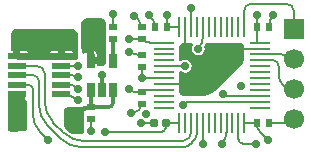
<source format=gtl>
G04*
G04 #@! TF.GenerationSoftware,Altium Limited,Altium Designer,22.7.1 (60)*
G04*
G04 Layer_Physical_Order=1*
G04 Layer_Color=16776960*
%FSLAX43Y43*%
%MOMM*%
G71*
G04*
G04 #@! TF.SameCoordinates,4746692A-FCE4-4093-9A7F-7E88C9008C25*
G04*
G04*
G04 #@! TF.FilePolarity,Positive*
G04*
G01*
G75*
%ADD10C,0.200*%
%ADD25C,0.400*%
%ADD26C,0.500*%
%ADD27C,0.300*%
G04:AMPARAMS|DCode=28|XSize=1.5mm|YSize=0.55mm|CornerRadius=0.069mm|HoleSize=0mm|Usage=FLASHONLY|Rotation=0.000|XOffset=0mm|YOffset=0mm|HoleType=Round|Shape=RoundedRectangle|*
%AMROUNDEDRECTD28*
21,1,1.500,0.413,0,0,0.0*
21,1,1.363,0.550,0,0,0.0*
1,1,0.138,0.681,-0.206*
1,1,0.138,-0.681,-0.206*
1,1,0.138,-0.681,0.206*
1,1,0.138,0.681,0.206*
%
%ADD28ROUNDEDRECTD28*%
G04:AMPARAMS|DCode=29|XSize=0.59mm|YSize=0.6mm|CornerRadius=0.074mm|HoleSize=0mm|Usage=FLASHONLY|Rotation=90.000|XOffset=0mm|YOffset=0mm|HoleType=Round|Shape=RoundedRectangle|*
%AMROUNDEDRECTD29*
21,1,0.590,0.453,0,0,90.0*
21,1,0.443,0.600,0,0,90.0*
1,1,0.148,0.226,0.221*
1,1,0.148,0.226,-0.221*
1,1,0.148,-0.226,-0.221*
1,1,0.148,-0.226,0.221*
%
%ADD29ROUNDEDRECTD29*%
G04:AMPARAMS|DCode=30|XSize=0.59mm|YSize=0.6mm|CornerRadius=0.074mm|HoleSize=0mm|Usage=FLASHONLY|Rotation=180.000|XOffset=0mm|YOffset=0mm|HoleType=Round|Shape=RoundedRectangle|*
%AMROUNDEDRECTD30*
21,1,0.590,0.453,0,0,180.0*
21,1,0.443,0.600,0,0,180.0*
1,1,0.148,-0.221,0.226*
1,1,0.148,0.221,0.226*
1,1,0.148,0.221,-0.226*
1,1,0.148,-0.221,-0.226*
%
%ADD30ROUNDEDRECTD30*%
G04:AMPARAMS|DCode=31|XSize=0.61mm|YSize=1.26mm|CornerRadius=0.076mm|HoleSize=0mm|Usage=FLASHONLY|Rotation=180.000|XOffset=0mm|YOffset=0mm|HoleType=Round|Shape=RoundedRectangle|*
%AMROUNDEDRECTD31*
21,1,0.610,1.108,0,0,180.0*
21,1,0.458,1.260,0,0,180.0*
1,1,0.153,-0.229,0.554*
1,1,0.153,0.229,0.554*
1,1,0.153,0.229,-0.554*
1,1,0.153,-0.229,-0.554*
%
%ADD31ROUNDEDRECTD31*%
%ADD32O,1.800X0.250*%
%ADD33O,0.250X1.800*%
G04:AMPARAMS|DCode=34|XSize=0.61mm|YSize=0.6mm|CornerRadius=0.075mm|HoleSize=0mm|Usage=FLASHONLY|Rotation=0.000|XOffset=0mm|YOffset=0mm|HoleType=Round|Shape=RoundedRectangle|*
%AMROUNDEDRECTD34*
21,1,0.610,0.450,0,0,0.0*
21,1,0.460,0.600,0,0,0.0*
1,1,0.150,0.230,-0.225*
1,1,0.150,-0.230,-0.225*
1,1,0.150,-0.230,0.225*
1,1,0.150,0.230,0.225*
%
%ADD34ROUNDEDRECTD34*%
%ADD35R,1.700X1.700*%
%ADD36C,1.700*%
%ADD37C,0.700*%
G36*
X8199Y11300D02*
X8383Y11224D01*
X8524Y11083D01*
X8600Y10899D01*
Y10800D01*
X8600D01*
X8600Y10800D01*
X8600Y7600D01*
X8600Y7530D01*
X8547Y7402D01*
X8448Y7303D01*
X8369Y7270D01*
X8250Y7250D01*
X7810Y7250D01*
Y7425D01*
X7300D01*
Y7725D01*
X7000D01*
Y8546D01*
X6963Y8539D01*
X6872Y8478D01*
X6811Y8387D01*
X6799Y8328D01*
X6666Y8299D01*
X6664Y8302D01*
X6555Y8564D01*
X6500Y8841D01*
Y10823D01*
X6500Y10918D01*
X6573Y11093D01*
X6707Y11227D01*
X6851Y11287D01*
X6977Y11300D01*
D01*
X7098Y11300D01*
X8199Y11300D01*
D02*
G37*
G36*
X20170Y9154D02*
X20254Y9070D01*
X20277Y9015D01*
X20300Y8901D01*
Y8900D01*
X20300Y8900D01*
X20300Y8900D01*
X20300Y8083D01*
X20300Y7974D01*
X20258Y7762D01*
X20175Y7561D01*
X20060Y7389D01*
X19978Y7304D01*
X19978Y7304D01*
X19978Y7304D01*
X17937Y5264D01*
X17815Y5142D01*
X17527Y4950D01*
X17208Y4817D01*
X16869Y4750D01*
X16696Y4750D01*
X16696Y4750D01*
X16696Y4750D01*
X15200Y4750D01*
X15120Y4750D01*
X14973Y4811D01*
X14861Y4923D01*
X14800Y5070D01*
X14800Y5150D01*
Y6781D01*
X14842Y6810D01*
X14927Y6838D01*
X15085Y6732D01*
X15300Y6689D01*
X15515Y6732D01*
X15697Y6853D01*
X15818Y7035D01*
X15861Y7250D01*
X15818Y7465D01*
X15697Y7647D01*
X15515Y7768D01*
X15300Y7811D01*
X15085Y7768D01*
X14927Y7662D01*
X14842Y7690D01*
X14800Y7719D01*
Y8900D01*
X14800Y8960D01*
X14846Y9070D01*
X14930Y9154D01*
X15040Y9200D01*
X15100Y9200D01*
X15100Y9200D01*
X15886D01*
X15954Y9073D01*
X15882Y8965D01*
X15839Y8750D01*
X15882Y8535D01*
X16003Y8353D01*
X16185Y8232D01*
X16400Y8189D01*
X16615Y8232D01*
X16797Y8353D01*
X16918Y8535D01*
X16961Y8750D01*
X16919Y8960D01*
X16981Y9075D01*
X17019Y9200D01*
X20000Y9200D01*
X20060Y9200D01*
X20170Y9154D01*
D02*
G37*
G36*
X970Y10370D02*
X5730Y10370D01*
X5730Y10370D01*
X5730Y10370D01*
X5730D01*
X5847Y10360D01*
X5996Y10298D01*
X6128Y10166D01*
X6200Y9993D01*
X6200Y9900D01*
X6200Y7988D01*
X6200Y7861D01*
X5985Y7818D01*
X5958Y7800D01*
X5857Y7800D01*
X5857Y7800D01*
X3789D01*
X3789Y7800D01*
X2057Y7800D01*
X2057Y7800D01*
X1025D01*
Y8100D01*
X725D01*
Y8580D01*
X544D01*
X544Y9944D01*
X544Y9944D01*
X559Y10065D01*
X609Y10185D01*
X729Y10305D01*
X885Y10370D01*
X970Y10370D01*
D02*
G37*
G36*
X6700Y3652D02*
X6700Y1769D01*
X6700Y1769D01*
X6700Y1715D01*
X6658Y1614D01*
X6581Y1537D01*
X6480Y1495D01*
X5874Y1495D01*
X5686Y1532D01*
X5510Y1605D01*
X5466Y1635D01*
X5254Y1809D01*
X5216Y1846D01*
X5110Y2005D01*
X5037Y2181D01*
X5000Y2369D01*
Y3400D01*
X5000Y3478D01*
X5060Y3623D01*
X5171Y3734D01*
X5315Y3794D01*
X5394Y3793D01*
X6178Y3794D01*
X6200Y3789D01*
X6221Y3794D01*
X6559Y3794D01*
X6700Y3652D01*
D02*
G37*
G36*
X1775Y4377D02*
X1900Y4294D01*
X1900Y2015D01*
X1900Y1958D01*
X1856Y1851D01*
X1775Y1770D01*
X1726Y1749D01*
X1610Y1725D01*
X1610Y1725D01*
Y1725D01*
X515Y1722D01*
X400Y1770D01*
X311Y1858D01*
X264Y1973D01*
X264Y2036D01*
X264Y2036D01*
X264Y4299D01*
X275Y4308D01*
Y4900D01*
X1775D01*
Y4377D01*
D02*
G37*
%LPC*%
G36*
X7600Y8546D02*
Y8025D01*
X7810D01*
Y8279D01*
X7789Y8387D01*
X7728Y8478D01*
X7637Y8539D01*
X7600Y8546D01*
D02*
G37*
G36*
X1706Y8580D02*
X1325D01*
Y8400D01*
X1962D01*
X1959Y8411D01*
X1900Y8500D01*
X1811Y8559D01*
X1706Y8580D01*
D02*
G37*
G36*
X5506Y8580D02*
X5125D01*
Y8400D01*
X5762D01*
X5759Y8411D01*
X5700Y8500D01*
X5611Y8559D01*
X5506Y8580D01*
D02*
G37*
G36*
X4525D02*
X4144D01*
X4039Y8559D01*
X3950Y8500D01*
X3891Y8411D01*
X3888Y8400D01*
X4525D01*
Y8580D01*
D02*
G37*
%LPD*%
D10*
X12083Y5250D02*
G03*
X11600Y5050I0J-683D01*
G01*
X10575Y5300D02*
G03*
X11179Y5050I604J604D01*
G01*
X21350Y2420D02*
G03*
X21682Y1618I1135J0D01*
G01*
X11600Y9555D02*
G03*
X12336Y9250I736J736D01*
G01*
X10575Y8525D02*
G03*
X11299Y8225I724J724D01*
G01*
X19800Y1091D02*
G03*
X20191Y700I391J0D01*
G01*
X24145Y2420D02*
G03*
X24475Y2750I0J330D01*
G01*
X6200Y4350D02*
G03*
X4872Y4900I-1328J-1328D01*
G01*
X15020Y900D02*
G03*
X15600Y1140I0J820D01*
G01*
D02*
G03*
X15800Y1623I-483J483D01*
G01*
X15066Y396D02*
G03*
X15800Y700I0J1037D01*
G01*
X16000Y900D02*
G03*
X16300Y1624I-724J724D01*
G01*
X18400Y700D02*
G03*
X18800Y1666I-966J966D01*
G01*
X6200Y5350D02*
G03*
X5355Y5700I-845J-845D01*
G01*
X3400Y6650D02*
G03*
X2800Y7250I-600J0D01*
G01*
X3400Y4277D02*
G03*
X4144Y2481I2540J0D01*
G01*
X1025Y7300D02*
G03*
X1075Y7250I50J0D01*
G01*
X4981Y1644D02*
G03*
X6777Y900I1796J1796D01*
G01*
X2900Y6000D02*
G03*
X2400Y6500I-500J0D01*
G01*
X2900Y4027D02*
G03*
X3644Y2231I2540J0D01*
G01*
X4735Y1140D02*
G03*
X6531Y396I1796J1796D01*
G01*
X2400Y5300D02*
G03*
X2000Y5700I-400J0D01*
G01*
X24475Y7830D02*
G03*
X23461Y8250I-1014J-1014D01*
G01*
X23200Y7300D02*
G03*
X22750Y7750I-450J0D01*
G01*
X23200Y6565D02*
G03*
X24475Y5290I1275J0D01*
G01*
X13300Y1700D02*
G03*
X13635Y2035I0J335D01*
G01*
X11600Y10580D02*
G03*
X11370Y11135I-785J0D01*
G01*
X12755Y10530D02*
G03*
X12384Y11426I-1267J0D01*
G01*
X22775Y11595D02*
G03*
X22375Y10629I966J-966D01*
G01*
X20800Y12500D02*
G03*
X20300Y12000I0J-500D01*
G01*
X24475Y12000D02*
G03*
X23975Y12500I-500J0D01*
G01*
X16400Y8750D02*
G03*
X16800Y9716I-966J966D01*
G01*
X6200Y6300D02*
G03*
X5717Y6500I-483J-483D01*
G01*
X15764Y4250D02*
G03*
X15100Y3975I0J-939D01*
G01*
X10900Y3325D02*
G03*
X11600Y4025I0J700D01*
G01*
X18500Y4900D02*
G03*
X18862Y4750I362J362D01*
G01*
X2400Y3149D02*
G03*
X3000Y1700I2049J0D01*
G01*
X11179Y5050D02*
X11600D01*
X21350Y9250D02*
Y10570D01*
X20330Y2420D02*
X21350D01*
X13780Y10530D02*
X14800D01*
X12336Y9250D02*
X13500D01*
X10575Y9555D02*
X11600D01*
X12083Y5250D02*
X13500D01*
X11299Y8225D02*
X11600D01*
X11605Y6255D02*
X11609Y6250D01*
X11600Y7200D02*
X11605Y7195D01*
Y6255D02*
Y7195D01*
X11609Y6250D02*
X13500D01*
X21682Y1618D02*
X22300Y1000D01*
X20191Y700D02*
X21300D01*
X19800Y1091D02*
Y2450D01*
X22375Y2420D02*
X24145D01*
X8475Y1700D02*
X13300D01*
X16800Y700D02*
Y2450D01*
X6777Y900D02*
X15020D01*
X15800Y1623D02*
Y2450D01*
X6531Y396D02*
X15066D01*
X15800Y700D02*
X16000Y900D01*
X16300Y1624D02*
Y2450D01*
X18800Y1666D02*
Y2450D01*
X4825Y4900D02*
X4872D01*
X4825Y5700D02*
X5355D01*
X20300Y2450D02*
X20330Y2420D01*
X21350Y9250D02*
X21600D01*
X14800Y10530D02*
Y10550D01*
X15300Y8750D02*
Y10550D01*
X13500Y5750D02*
X15300D01*
X19800Y8750D02*
X21600D01*
X4825Y7300D02*
Y7300D01*
X3400Y4277D02*
Y6650D01*
X1075Y7250D02*
X2800D01*
X1025Y7300D02*
Y7300D01*
X4144Y2481D02*
X4981Y1644D01*
X1025Y6500D02*
Y6500D01*
X2900Y4027D02*
Y6000D01*
X3644Y2231D02*
X4735Y1140D01*
X1025Y6500D02*
X2400D01*
X13635Y2450D02*
X14800D01*
X13635Y2035D02*
Y2450D01*
X1025Y5700D02*
X2000D01*
X21600Y8250D02*
X23461D01*
X21600Y7750D02*
X22750D01*
X23200Y6565D02*
Y7300D01*
X9200Y10605D02*
Y11630D01*
X4825Y7300D02*
X6200D01*
X4825Y6500D02*
X5717D01*
X13780Y10530D02*
Y11555D01*
X21350Y10570D02*
Y11595D01*
X10675Y3325D02*
X10900D01*
X11000Y11505D02*
X11370Y11135D01*
X12255Y11555D02*
X12384Y11426D01*
X22375Y10570D02*
Y10629D01*
X20300Y10550D02*
Y12000D01*
X20800Y12500D02*
X23975D01*
X24475Y10370D02*
Y12000D01*
X13500Y7250D02*
X15300D01*
X15800Y10550D02*
Y12200D01*
X16800Y9716D02*
Y10550D01*
X15764Y4250D02*
X21600D01*
X11535Y2450D02*
X12635D01*
X7320Y1724D02*
Y2749D01*
X18862Y4750D02*
X21600D01*
X3000Y1700D02*
X3700Y1000D01*
X2400Y3149D02*
Y5300D01*
D25*
X7160Y3774D02*
G03*
X6500Y3500I0J-934D01*
G01*
X7280Y3774D02*
X7320D01*
X7160D02*
X7280D01*
D26*
D02*
G03*
X7300Y3794I0J20D01*
G01*
D27*
X8774Y3774D02*
G03*
X9200Y4200I0J426D01*
G01*
X7320Y3774D02*
X8774D01*
X9200Y7725D02*
Y9580D01*
X7300Y3794D02*
Y5275D01*
X9200Y4200D02*
Y5275D01*
X9200D02*
X9200D01*
X8250Y5275D02*
Y6500D01*
D28*
X4825Y7300D02*
D03*
X4825Y5700D02*
D03*
X4825Y6500D02*
D03*
X4825Y4900D02*
D03*
X4825Y8100D02*
D03*
X1025Y4900D02*
D03*
X1025Y8100D02*
D03*
X1025Y6500D02*
D03*
X1025Y7300D02*
D03*
X1025Y5700D02*
D03*
D29*
X11600Y5050D02*
D03*
Y4025D02*
D03*
X11600Y9555D02*
D03*
Y10580D02*
D03*
Y7200D02*
D03*
Y8225D02*
D03*
X7320Y2749D02*
D03*
X7320Y3774D02*
D03*
X9200Y9580D02*
D03*
X9200Y10605D02*
D03*
D30*
X21350Y2420D02*
D03*
X22375Y2420D02*
D03*
X21350Y10570D02*
D03*
X22375Y10570D02*
D03*
X13780Y10530D02*
D03*
X12755Y10530D02*
D03*
D31*
X7300Y7725D02*
D03*
X9200D02*
D03*
X9200Y5275D02*
D03*
X8250Y5275D02*
D03*
X7300Y5275D02*
D03*
D32*
X13500Y9250D02*
D03*
Y8750D02*
D03*
Y8250D02*
D03*
Y7750D02*
D03*
Y7250D02*
D03*
Y6750D02*
D03*
Y6250D02*
D03*
Y5750D02*
D03*
Y5250D02*
D03*
Y4750D02*
D03*
Y4250D02*
D03*
Y3750D02*
D03*
X21600D02*
D03*
Y4250D02*
D03*
Y4750D02*
D03*
Y5250D02*
D03*
Y5750D02*
D03*
Y6250D02*
D03*
Y6750D02*
D03*
Y7250D02*
D03*
Y7750D02*
D03*
Y8250D02*
D03*
Y8750D02*
D03*
Y9250D02*
D03*
D33*
X14800Y2450D02*
D03*
X15300D02*
D03*
X15800D02*
D03*
X16300D02*
D03*
X16800D02*
D03*
X17300D02*
D03*
X17800D02*
D03*
X18300D02*
D03*
X18800D02*
D03*
X19300D02*
D03*
X19800D02*
D03*
X20300D02*
D03*
Y10550D02*
D03*
X19800D02*
D03*
X19300D02*
D03*
X18800D02*
D03*
X18300D02*
D03*
X17800D02*
D03*
X17300D02*
D03*
X16800D02*
D03*
X16300D02*
D03*
X15800D02*
D03*
X15300D02*
D03*
X14800D02*
D03*
D34*
X13635Y2450D02*
D03*
X12635Y2450D02*
D03*
D35*
X24475Y10370D02*
D03*
D36*
Y7830D02*
D03*
Y5290D02*
D03*
Y2750D02*
D03*
D37*
X11609Y6250D02*
D03*
X10575Y8425D02*
D03*
X22300Y1000D02*
D03*
X21300Y700D02*
D03*
X6300Y1926D02*
D03*
X5800Y2543D02*
D03*
Y3400D02*
D03*
X16800Y700D02*
D03*
X18400D02*
D03*
X6200Y4350D02*
D03*
X6200Y5350D02*
D03*
X11000Y11505D02*
D03*
X12255Y11555D02*
D03*
X16400Y8750D02*
D03*
X15300D02*
D03*
X15200Y6200D02*
D03*
X19800Y8750D02*
D03*
X22775Y11595D02*
D03*
X16000Y6200D02*
D03*
X10675Y3325D02*
D03*
X1025Y9100D02*
D03*
X1800D02*
D03*
X2575D02*
D03*
X3350D02*
D03*
X4125D02*
D03*
X4900D02*
D03*
X5675D02*
D03*
X2575Y8325D02*
D03*
X3350D02*
D03*
X1800Y9875D02*
D03*
X2575D02*
D03*
X1025D02*
D03*
X3350D02*
D03*
X4125D02*
D03*
X4900D02*
D03*
X5675D02*
D03*
X9200Y11630D02*
D03*
X6200Y7300D02*
D03*
X6200Y6300D02*
D03*
X8000Y9875D02*
D03*
X7025D02*
D03*
Y10650D02*
D03*
X8000D02*
D03*
X8250Y6500D02*
D03*
X10575Y9555D02*
D03*
X13780Y11555D02*
D03*
X21350Y11595D02*
D03*
X15300Y7250D02*
D03*
X17800Y8750D02*
D03*
X15800Y12200D02*
D03*
X18800Y8750D02*
D03*
X15200Y5400D02*
D03*
X16000D02*
D03*
X16800D02*
D03*
X16800Y6200D02*
D03*
X16800Y7000D02*
D03*
X18500Y4900D02*
D03*
X15100Y3975D02*
D03*
X11535Y2450D02*
D03*
X8475Y1700D02*
D03*
X7320Y1724D02*
D03*
X10575Y5300D02*
D03*
X19800Y7988D02*
D03*
X12000Y3200D02*
D03*
X20000Y5594D02*
D03*
X1475Y2300D02*
D03*
X700D02*
D03*
Y3075D02*
D03*
X1475D02*
D03*
Y3850D02*
D03*
X700D02*
D03*
X3700Y1000D02*
D03*
M02*

</source>
